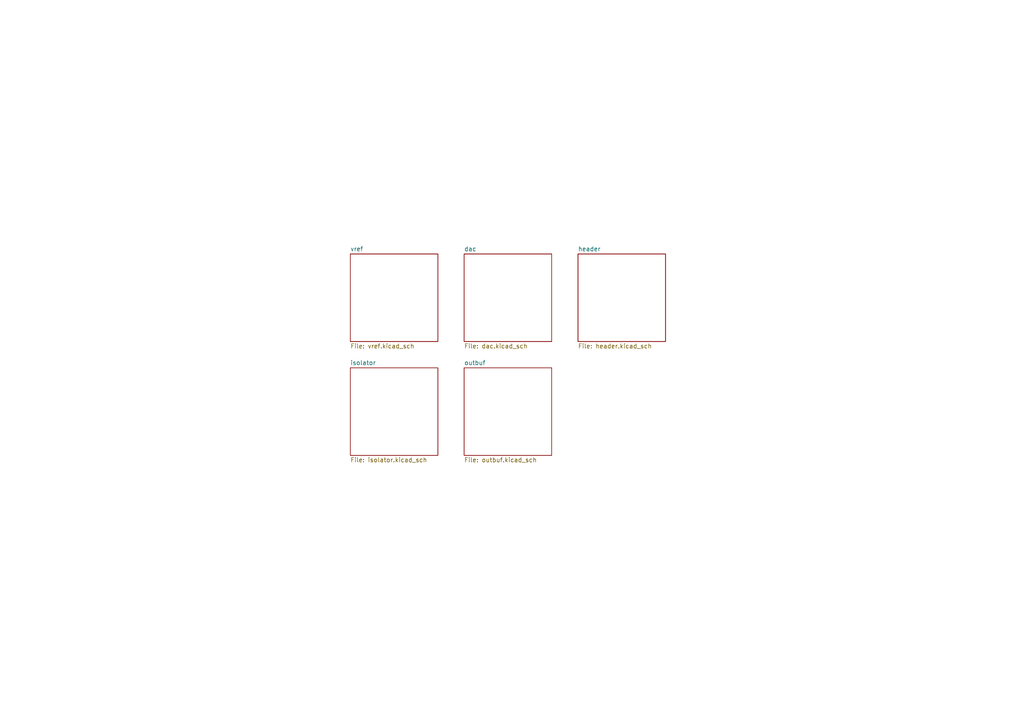
<source format=kicad_sch>
(kicad_sch
	(version 20250114)
	(generator "eeschema")
	(generator_version "9.0")
	(uuid "35cb74e4-0f64-454b-9b50-bfac13ed28a5")
	(paper "A4")
	(lib_symbols)
	(sheet
		(at 101.6 73.66)
		(size 25.4 25.4)
		(exclude_from_sim no)
		(in_bom yes)
		(on_board yes)
		(dnp no)
		(fields_autoplaced yes)
		(stroke
			(width 0.1524)
			(type solid)
		)
		(fill
			(color 0 0 0 0.0000)
		)
		(uuid "40dec0c3-ad5f-493b-813b-faaee90d807a")
		(property "Sheetname" "vref"
			(at 101.6 72.9484 0)
			(effects
				(font
					(size 1.27 1.27)
				)
				(justify left bottom)
			)
		)
		(property "Sheetfile" "vref.kicad_sch"
			(at 101.6 99.6446 0)
			(effects
				(font
					(size 1.27 1.27)
				)
				(justify left top)
			)
		)
		(instances
			(project "dacboard"
				(path "/35cb74e4-0f64-454b-9b50-bfac13ed28a5"
					(page "2")
				)
			)
		)
	)
	(sheet
		(at 134.62 73.66)
		(size 25.4 25.4)
		(exclude_from_sim no)
		(in_bom yes)
		(on_board yes)
		(dnp no)
		(fields_autoplaced yes)
		(stroke
			(width 0.1524)
			(type solid)
		)
		(fill
			(color 0 0 0 0.0000)
		)
		(uuid "78597d6c-f167-4e25-99ec-27c10aa3b74b")
		(property "Sheetname" "dac"
			(at 134.62 72.9484 0)
			(effects
				(font
					(size 1.27 1.27)
				)
				(justify left bottom)
			)
		)
		(property "Sheetfile" "dac.kicad_sch"
			(at 134.62 99.6446 0)
			(effects
				(font
					(size 1.27 1.27)
				)
				(justify left top)
			)
		)
		(instances
			(project "dacboard"
				(path "/35cb74e4-0f64-454b-9b50-bfac13ed28a5"
					(page "3")
				)
			)
		)
	)
	(sheet
		(at 167.64 73.66)
		(size 25.4 25.4)
		(exclude_from_sim no)
		(in_bom yes)
		(on_board yes)
		(dnp no)
		(fields_autoplaced yes)
		(stroke
			(width 0.1524)
			(type solid)
		)
		(fill
			(color 0 0 0 0.0000)
		)
		(uuid "7ae8c1dd-5c28-4985-bc49-d575e389aef0")
		(property "Sheetname" "header"
			(at 167.64 72.9484 0)
			(effects
				(font
					(size 1.27 1.27)
				)
				(justify left bottom)
			)
		)
		(property "Sheetfile" "header.kicad_sch"
			(at 167.64 99.6446 0)
			(effects
				(font
					(size 1.27 1.27)
				)
				(justify left top)
			)
		)
		(instances
			(project "dacboard"
				(path "/35cb74e4-0f64-454b-9b50-bfac13ed28a5"
					(page "18")
				)
			)
		)
	)
	(sheet
		(at 101.6 106.68)
		(size 25.4 25.4)
		(exclude_from_sim no)
		(in_bom yes)
		(on_board yes)
		(dnp no)
		(fields_autoplaced yes)
		(stroke
			(width 0.1524)
			(type solid)
		)
		(fill
			(color 0 0 0 0.0000)
		)
		(uuid "aa29c8cf-30d3-42fb-af9f-76a3f2cfb7cd")
		(property "Sheetname" "isolator"
			(at 101.6 105.9684 0)
			(effects
				(font
					(size 1.27 1.27)
				)
				(justify left bottom)
			)
		)
		(property "Sheetfile" "isolator.kicad_sch"
			(at 101.6 132.6646 0)
			(effects
				(font
					(size 1.27 1.27)
				)
				(justify left top)
			)
		)
		(instances
			(project "dacboard"
				(path "/35cb74e4-0f64-454b-9b50-bfac13ed28a5"
					(page "4")
				)
			)
		)
	)
	(sheet
		(at 134.62 106.68)
		(size 25.4 25.4)
		(exclude_from_sim no)
		(in_bom yes)
		(on_board yes)
		(dnp no)
		(fields_autoplaced yes)
		(stroke
			(width 0.1524)
			(type solid)
		)
		(fill
			(color 0 0 0 0.0000)
		)
		(uuid "bd8434a7-c0ce-4f3b-9044-1b0b4487f900")
		(property "Sheetname" "outbuf"
			(at 134.62 105.9684 0)
			(effects
				(font
					(size 1.27 1.27)
				)
				(justify left bottom)
			)
		)
		(property "Sheetfile" "outbuf.kicad_sch"
			(at 134.62 132.6646 0)
			(effects
				(font
					(size 1.27 1.27)
				)
				(justify left top)
			)
		)
		(instances
			(project "dacboard"
				(path "/35cb74e4-0f64-454b-9b50-bfac13ed28a5"
					(page "9")
				)
			)
		)
	)
	(sheet_instances
		(path "/"
			(page "1")
		)
	)
	(embedded_fonts no)
)

</source>
